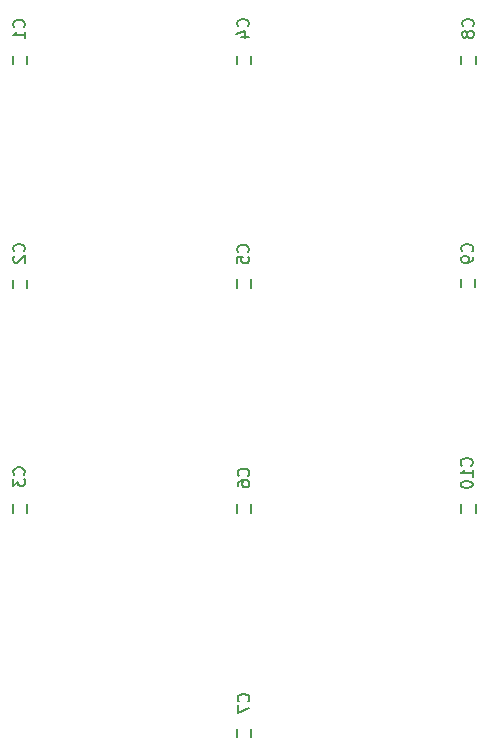
<source format=gbr>
G04 #@! TF.FileFunction,Legend,Bot*
%FSLAX46Y46*%
G04 Gerber Fmt 4.6, Leading zero omitted, Abs format (unit mm)*
G04 Created by KiCad (PCBNEW 4.0.5-e0-6337~49~ubuntu16.04.1) date Tue Jan  3 12:00:36 2017*
%MOMM*%
%LPD*%
G01*
G04 APERTURE LIST*
%ADD10C,0.100000*%
%ADD11C,0.150000*%
G04 APERTURE END LIST*
D10*
D11*
X119200000Y-54200000D02*
X119200000Y-53500000D01*
X118000000Y-53500000D02*
X118000000Y-54200000D01*
X119200000Y-73200000D02*
X119200000Y-72500000D01*
X118000000Y-72500000D02*
X118000000Y-73200000D01*
X119200000Y-92200000D02*
X119200000Y-91500000D01*
X118000000Y-91500000D02*
X118000000Y-92200000D01*
X138200000Y-54200000D02*
X138200000Y-53500000D01*
X137000000Y-53500000D02*
X137000000Y-54200000D01*
X138200000Y-73150000D02*
X138200000Y-72450000D01*
X137000000Y-72450000D02*
X137000000Y-73150000D01*
X138200000Y-92200000D02*
X138200000Y-91500000D01*
X137000000Y-91500000D02*
X137000000Y-92200000D01*
X138200000Y-111200000D02*
X138200000Y-110500000D01*
X137000000Y-110500000D02*
X137000000Y-111200000D01*
X157200000Y-54200000D02*
X157200000Y-53500000D01*
X156000000Y-53500000D02*
X156000000Y-54200000D01*
X157150000Y-73100000D02*
X157150000Y-72400000D01*
X155950000Y-72400000D02*
X155950000Y-73100000D01*
X157200000Y-92200000D02*
X157200000Y-91500000D01*
X156000000Y-91500000D02*
X156000000Y-92200000D01*
X118957143Y-51083334D02*
X119004762Y-51035715D01*
X119052381Y-50892858D01*
X119052381Y-50797620D01*
X119004762Y-50654762D01*
X118909524Y-50559524D01*
X118814286Y-50511905D01*
X118623810Y-50464286D01*
X118480952Y-50464286D01*
X118290476Y-50511905D01*
X118195238Y-50559524D01*
X118100000Y-50654762D01*
X118052381Y-50797620D01*
X118052381Y-50892858D01*
X118100000Y-51035715D01*
X118147619Y-51083334D01*
X119052381Y-52035715D02*
X119052381Y-51464286D01*
X119052381Y-51750000D02*
X118052381Y-51750000D01*
X118195238Y-51654762D01*
X118290476Y-51559524D01*
X118338095Y-51464286D01*
X118957143Y-70083334D02*
X119004762Y-70035715D01*
X119052381Y-69892858D01*
X119052381Y-69797620D01*
X119004762Y-69654762D01*
X118909524Y-69559524D01*
X118814286Y-69511905D01*
X118623810Y-69464286D01*
X118480952Y-69464286D01*
X118290476Y-69511905D01*
X118195238Y-69559524D01*
X118100000Y-69654762D01*
X118052381Y-69797620D01*
X118052381Y-69892858D01*
X118100000Y-70035715D01*
X118147619Y-70083334D01*
X118147619Y-70464286D02*
X118100000Y-70511905D01*
X118052381Y-70607143D01*
X118052381Y-70845239D01*
X118100000Y-70940477D01*
X118147619Y-70988096D01*
X118242857Y-71035715D01*
X118338095Y-71035715D01*
X118480952Y-70988096D01*
X119052381Y-70416667D01*
X119052381Y-71035715D01*
X118957143Y-88983334D02*
X119004762Y-88935715D01*
X119052381Y-88792858D01*
X119052381Y-88697620D01*
X119004762Y-88554762D01*
X118909524Y-88459524D01*
X118814286Y-88411905D01*
X118623810Y-88364286D01*
X118480952Y-88364286D01*
X118290476Y-88411905D01*
X118195238Y-88459524D01*
X118100000Y-88554762D01*
X118052381Y-88697620D01*
X118052381Y-88792858D01*
X118100000Y-88935715D01*
X118147619Y-88983334D01*
X118052381Y-89316667D02*
X118052381Y-89935715D01*
X118433333Y-89602381D01*
X118433333Y-89745239D01*
X118480952Y-89840477D01*
X118528571Y-89888096D01*
X118623810Y-89935715D01*
X118861905Y-89935715D01*
X118957143Y-89888096D01*
X119004762Y-89840477D01*
X119052381Y-89745239D01*
X119052381Y-89459524D01*
X119004762Y-89364286D01*
X118957143Y-89316667D01*
X137907143Y-51033334D02*
X137954762Y-50985715D01*
X138002381Y-50842858D01*
X138002381Y-50747620D01*
X137954762Y-50604762D01*
X137859524Y-50509524D01*
X137764286Y-50461905D01*
X137573810Y-50414286D01*
X137430952Y-50414286D01*
X137240476Y-50461905D01*
X137145238Y-50509524D01*
X137050000Y-50604762D01*
X137002381Y-50747620D01*
X137002381Y-50842858D01*
X137050000Y-50985715D01*
X137097619Y-51033334D01*
X137335714Y-51890477D02*
X138002381Y-51890477D01*
X136954762Y-51652381D02*
X137669048Y-51414286D01*
X137669048Y-52033334D01*
X137907143Y-70133334D02*
X137954762Y-70085715D01*
X138002381Y-69942858D01*
X138002381Y-69847620D01*
X137954762Y-69704762D01*
X137859524Y-69609524D01*
X137764286Y-69561905D01*
X137573810Y-69514286D01*
X137430952Y-69514286D01*
X137240476Y-69561905D01*
X137145238Y-69609524D01*
X137050000Y-69704762D01*
X137002381Y-69847620D01*
X137002381Y-69942858D01*
X137050000Y-70085715D01*
X137097619Y-70133334D01*
X137002381Y-71038096D02*
X137002381Y-70561905D01*
X137478571Y-70514286D01*
X137430952Y-70561905D01*
X137383333Y-70657143D01*
X137383333Y-70895239D01*
X137430952Y-70990477D01*
X137478571Y-71038096D01*
X137573810Y-71085715D01*
X137811905Y-71085715D01*
X137907143Y-71038096D01*
X137954762Y-70990477D01*
X138002381Y-70895239D01*
X138002381Y-70657143D01*
X137954762Y-70561905D01*
X137907143Y-70514286D01*
X137957143Y-89083334D02*
X138004762Y-89035715D01*
X138052381Y-88892858D01*
X138052381Y-88797620D01*
X138004762Y-88654762D01*
X137909524Y-88559524D01*
X137814286Y-88511905D01*
X137623810Y-88464286D01*
X137480952Y-88464286D01*
X137290476Y-88511905D01*
X137195238Y-88559524D01*
X137100000Y-88654762D01*
X137052381Y-88797620D01*
X137052381Y-88892858D01*
X137100000Y-89035715D01*
X137147619Y-89083334D01*
X137052381Y-89940477D02*
X137052381Y-89750000D01*
X137100000Y-89654762D01*
X137147619Y-89607143D01*
X137290476Y-89511905D01*
X137480952Y-89464286D01*
X137861905Y-89464286D01*
X137957143Y-89511905D01*
X138004762Y-89559524D01*
X138052381Y-89654762D01*
X138052381Y-89845239D01*
X138004762Y-89940477D01*
X137957143Y-89988096D01*
X137861905Y-90035715D01*
X137623810Y-90035715D01*
X137528571Y-89988096D01*
X137480952Y-89940477D01*
X137433333Y-89845239D01*
X137433333Y-89654762D01*
X137480952Y-89559524D01*
X137528571Y-89511905D01*
X137623810Y-89464286D01*
X137957143Y-108183334D02*
X138004762Y-108135715D01*
X138052381Y-107992858D01*
X138052381Y-107897620D01*
X138004762Y-107754762D01*
X137909524Y-107659524D01*
X137814286Y-107611905D01*
X137623810Y-107564286D01*
X137480952Y-107564286D01*
X137290476Y-107611905D01*
X137195238Y-107659524D01*
X137100000Y-107754762D01*
X137052381Y-107897620D01*
X137052381Y-107992858D01*
X137100000Y-108135715D01*
X137147619Y-108183334D01*
X137052381Y-108516667D02*
X137052381Y-109183334D01*
X138052381Y-108754762D01*
X156957143Y-51033334D02*
X157004762Y-50985715D01*
X157052381Y-50842858D01*
X157052381Y-50747620D01*
X157004762Y-50604762D01*
X156909524Y-50509524D01*
X156814286Y-50461905D01*
X156623810Y-50414286D01*
X156480952Y-50414286D01*
X156290476Y-50461905D01*
X156195238Y-50509524D01*
X156100000Y-50604762D01*
X156052381Y-50747620D01*
X156052381Y-50842858D01*
X156100000Y-50985715D01*
X156147619Y-51033334D01*
X156480952Y-51604762D02*
X156433333Y-51509524D01*
X156385714Y-51461905D01*
X156290476Y-51414286D01*
X156242857Y-51414286D01*
X156147619Y-51461905D01*
X156100000Y-51509524D01*
X156052381Y-51604762D01*
X156052381Y-51795239D01*
X156100000Y-51890477D01*
X156147619Y-51938096D01*
X156242857Y-51985715D01*
X156290476Y-51985715D01*
X156385714Y-51938096D01*
X156433333Y-51890477D01*
X156480952Y-51795239D01*
X156480952Y-51604762D01*
X156528571Y-51509524D01*
X156576190Y-51461905D01*
X156671429Y-51414286D01*
X156861905Y-51414286D01*
X156957143Y-51461905D01*
X157004762Y-51509524D01*
X157052381Y-51604762D01*
X157052381Y-51795239D01*
X157004762Y-51890477D01*
X156957143Y-51938096D01*
X156861905Y-51985715D01*
X156671429Y-51985715D01*
X156576190Y-51938096D01*
X156528571Y-51890477D01*
X156480952Y-51795239D01*
X156907143Y-70083334D02*
X156954762Y-70035715D01*
X157002381Y-69892858D01*
X157002381Y-69797620D01*
X156954762Y-69654762D01*
X156859524Y-69559524D01*
X156764286Y-69511905D01*
X156573810Y-69464286D01*
X156430952Y-69464286D01*
X156240476Y-69511905D01*
X156145238Y-69559524D01*
X156050000Y-69654762D01*
X156002381Y-69797620D01*
X156002381Y-69892858D01*
X156050000Y-70035715D01*
X156097619Y-70083334D01*
X157002381Y-70559524D02*
X157002381Y-70750000D01*
X156954762Y-70845239D01*
X156907143Y-70892858D01*
X156764286Y-70988096D01*
X156573810Y-71035715D01*
X156192857Y-71035715D01*
X156097619Y-70988096D01*
X156050000Y-70940477D01*
X156002381Y-70845239D01*
X156002381Y-70654762D01*
X156050000Y-70559524D01*
X156097619Y-70511905D01*
X156192857Y-70464286D01*
X156430952Y-70464286D01*
X156526190Y-70511905D01*
X156573810Y-70559524D01*
X156621429Y-70654762D01*
X156621429Y-70845239D01*
X156573810Y-70940477D01*
X156526190Y-70988096D01*
X156430952Y-71035715D01*
X156857143Y-88207143D02*
X156904762Y-88159524D01*
X156952381Y-88016667D01*
X156952381Y-87921429D01*
X156904762Y-87778571D01*
X156809524Y-87683333D01*
X156714286Y-87635714D01*
X156523810Y-87588095D01*
X156380952Y-87588095D01*
X156190476Y-87635714D01*
X156095238Y-87683333D01*
X156000000Y-87778571D01*
X155952381Y-87921429D01*
X155952381Y-88016667D01*
X156000000Y-88159524D01*
X156047619Y-88207143D01*
X156952381Y-89159524D02*
X156952381Y-88588095D01*
X156952381Y-88873809D02*
X155952381Y-88873809D01*
X156095238Y-88778571D01*
X156190476Y-88683333D01*
X156238095Y-88588095D01*
X155952381Y-89778571D02*
X155952381Y-89873810D01*
X156000000Y-89969048D01*
X156047619Y-90016667D01*
X156142857Y-90064286D01*
X156333333Y-90111905D01*
X156571429Y-90111905D01*
X156761905Y-90064286D01*
X156857143Y-90016667D01*
X156904762Y-89969048D01*
X156952381Y-89873810D01*
X156952381Y-89778571D01*
X156904762Y-89683333D01*
X156857143Y-89635714D01*
X156761905Y-89588095D01*
X156571429Y-89540476D01*
X156333333Y-89540476D01*
X156142857Y-89588095D01*
X156047619Y-89635714D01*
X156000000Y-89683333D01*
X155952381Y-89778571D01*
M02*

</source>
